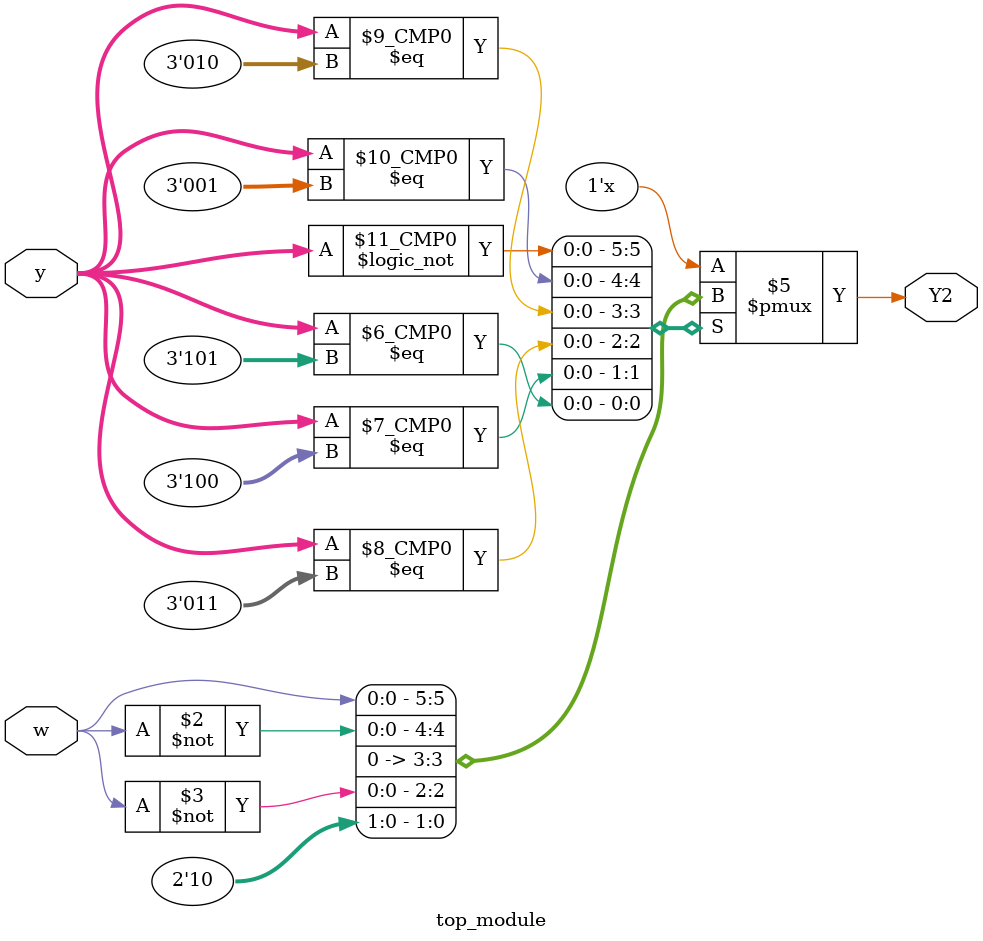
<source format=sv>
module top_module(
    input [3:1] y,
    input w,
    output reg Y2
);

always @(*) begin
    case (y)
        3'b000: Y2 = w; // State A
        3'b001: Y2 = ~w; // State B
        3'b010: Y2 = 1'b0; // State C
        3'b011: Y2 = ~w; // State D
        3'b100: Y2 = 1'b1; // State E
        3'b101: Y2 = 1'b0; // State F
        default: Y2 = 1'bx; // Invalid state
    endcase
end

endmodule

</source>
